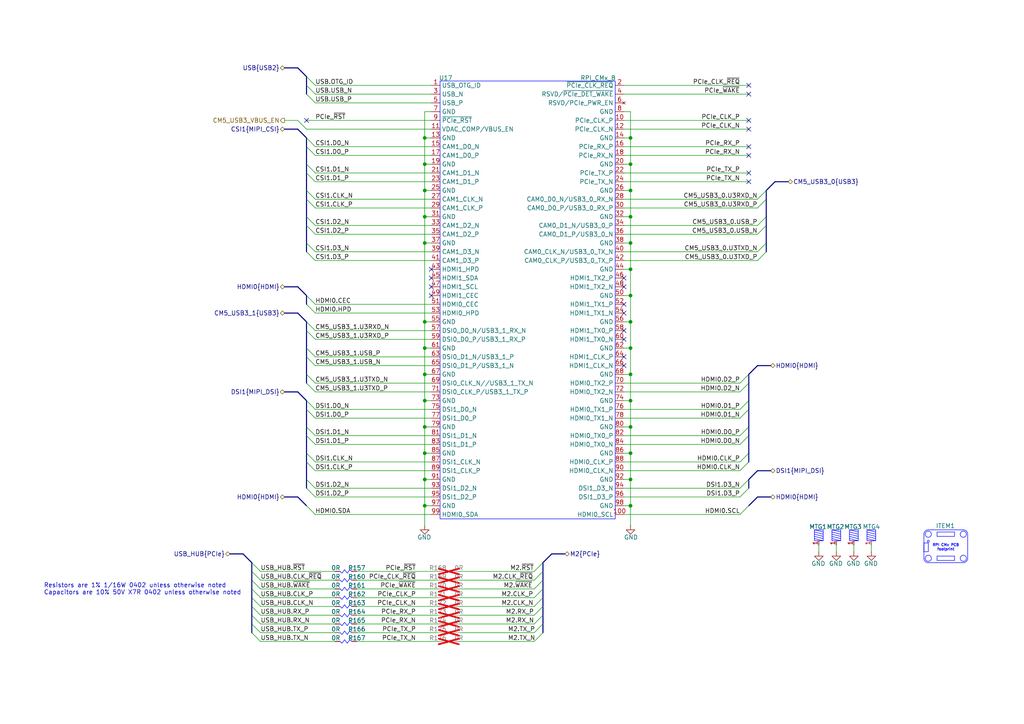
<source format=kicad_sch>
(kicad_sch (version 20250114) (generator "eeschema") (generator_version "9.0")
  (paper "A4")
  (title_block (title "RPI CMx Carrier") (date "2025-12-07") (rev "2.00-0A") (comment 1 "Jean-Francois Bilodeau") (comment 2 "P.Eng #6022173") (comment 3 "203-1690 Rue des quatre-saisons") (comment 4 "Sherbrooke, Canada, J1E0N2") (comment 5 "KiCad Rev 9.0") (comment 6 "TBD") (comment 7 "TBD") (comment 8 "WIP"))
  (bus_alias "MIPI_CSI" (members "D0_P" "D0_N" "D1_P" "D1_N" "D2_P" "D2_N" "D3_P" "D3_N" "CLK_P" "CLK_N"))
  (text "Resistors are 1% 1/16W 0402 unless otherwise noted\nCapacitors are 10% 50V X7R 0402 unless otherwise noted" (at 12.7 170.942 0) (effects (font (size 1.27 1.27)) (justify left)))
  (junction (at 182.88 55.245))
  (junction (at 182.88 78.105))
  (junction (at 182.88 108.585))
  (junction (at 123.19 62.865))
  (junction (at 182.88 70.485))
  (junction (at 123.19 123.825))
  (junction (at 182.88 85.725))
  (junction (at 182.88 116.205))
  (junction (at 123.19 146.685))
  (junction (at 182.88 40.005))
  (junction (at 123.19 139.065))
  (junction (at 123.19 131.445))
  (junction (at 123.19 100.965))
  (junction (at 123.19 40.005))
  (junction (at 182.88 123.825))
  (junction (at 123.19 108.585))
  (junction (at 182.88 93.345))
  (junction (at 182.88 100.965))
  (junction (at 123.19 116.205))
  (junction (at 182.88 146.685))
  (junction (at 123.19 93.345))
  (junction (at 182.88 139.065))
  (junction (at 182.88 131.445))
  (junction (at 182.88 47.625))
  (junction (at 182.88 62.865))
  (junction (at 123.19 55.245))
  (junction (at 123.19 70.485))
  (junction (at 123.19 47.625))
  (no_connect (at 180.975 98.425))
  (no_connect (at 180.975 106.045))
  (no_connect (at 180.975 95.885))
  (no_connect (at 217.17 34.925))
  (no_connect (at 180.975 83.185))
  (no_connect (at 217.17 45.085))
  (no_connect (at 180.975 80.645))
  (no_connect (at 88.9 34.925))
  (no_connect (at 125.095 78.105))
  (no_connect (at 180.975 90.805))
  (no_connect (at 217.17 52.705))
  (no_connect (at 217.17 50.165))
  (no_connect (at 217.17 24.765))
  (no_connect (at 125.095 83.185))
  (no_connect (at 180.975 88.265))
  (no_connect (at 217.17 37.465))
  (no_connect (at 125.095 80.645))
  (no_connect (at 217.17 42.545))
  (no_connect (at 217.17 27.305))
  (no_connect (at 125.095 85.725))
  (no_connect (at 180.975 103.505))
  (bus_entry (at 75.565 180.975) (size -2.54 -2.54))
  (bus_entry (at 154.94 178.435) (size 2.54 -2.54))
  (bus_entry (at 88.9 47.625) (size 2.54 2.54))
  (bus_entry (at 217.17 133.985) (size -2.54 2.54))
  (bus_entry (at 88.9 139.065) (size 2.54 2.54))
  (bus_entry (at 75.565 168.275) (size -2.54 -2.54))
  (bus_entry (at 75.565 170.815) (size -2.54 -2.54))
  (bus_entry (at 88.9 103.505) (size 2.54 2.54))
  (bus_entry (at 88.9 131.445) (size 2.54 2.54))
  (bus_entry (at 88.9 95.885) (size 2.54 2.54))
  (bus_entry (at 75.565 186.055) (size -2.54 -2.54))
  (bus_entry (at 217.17 146.685) (size -2.54 2.54))
  (bus_entry (at 154.94 165.735) (size 2.54 -2.54))
  (bus_entry (at 88.9 55.245) (size 2.54 2.54))
  (bus_entry (at 75.565 165.735) (size -2.54 -2.54))
  (bus_entry (at 88.9 50.165) (size 2.54 2.54))
  (bus_entry (at 222.25 73.025) (size -2.54 2.54))
  (bus_entry (at 88.9 133.985) (size 2.54 2.54))
  (bus_entry (at 88.9 22.225) (size 2.54 2.54))
  (bus_entry (at 154.94 168.275) (size 2.54 -2.54))
  (bus_entry (at 88.9 93.345) (size 2.54 2.54))
  (bus_entry (at 217.17 116.205) (size -2.54 2.54))
  (bus_entry (at 154.94 173.355) (size 2.54 -2.54))
  (bus_entry (at 217.17 123.825) (size -2.54 2.54))
  (bus_entry (at 88.9 141.605) (size 2.54 2.54))
  (bus_entry (at 154.94 180.975) (size 2.54 -2.54))
  (bus_entry (at 222.25 57.785) (size -2.54 2.54))
  (bus_entry (at 75.565 173.355) (size -2.54 -2.54))
  (bus_entry (at 88.9 70.485) (size 2.54 2.54))
  (bus_entry (at 88.9 42.545) (size 2.54 2.54))
  (bus_entry (at 217.17 108.585) (size -2.54 2.54))
  (bus_entry (at 88.9 62.865) (size 2.54 2.54))
  (bus_entry (at 217.17 141.605) (size -2.54 2.54))
  (bus_entry (at 154.94 170.815) (size 2.54 -2.54))
  (bus_entry (at 222.25 65.405) (size -2.54 2.54))
  (bus_entry (at 222.25 62.865) (size -2.54 2.54))
  (bus_entry (at 154.94 183.515) (size 2.54 -2.54))
  (bus_entry (at 217.17 126.365) (size -2.54 2.54))
  (bus_entry (at 88.9 88.265) (size 2.54 2.54))
  (bus_entry (at 88.9 85.725) (size 2.54 2.54))
  (bus_entry (at 88.9 108.585) (size 2.54 2.54))
  (bus_entry (at 222.25 55.245) (size -2.54 2.54))
  (bus_entry (at 88.9 118.745) (size 2.54 2.54))
  (bus_entry (at 154.94 186.055) (size 2.54 -2.54))
  (bus_entry (at 75.565 178.435) (size -2.54 -2.54))
  (bus_entry (at 217.17 111.125) (size -2.54 2.54))
  (bus_entry (at 88.9 111.125) (size 2.54 2.54))
  (bus_entry (at 88.9 57.785) (size 2.54 2.54))
  (bus_entry (at 88.9 116.205) (size 2.54 2.54))
  (bus_entry (at 222.25 70.485) (size -2.54 2.54))
  (bus_entry (at 88.9 100.965) (size 2.54 2.54))
  (bus_entry (at 88.9 146.685) (size 2.54 2.54))
  (bus_entry (at 88.9 65.405) (size 2.54 2.54))
  (bus_entry (at 88.9 126.365) (size 2.54 2.54))
  (bus_entry (at 217.17 118.745) (size -2.54 2.54))
  (bus_entry (at 217.17 131.445) (size -2.54 2.54))
  (bus_entry (at 88.9 40.005) (size 2.54 2.54))
  (bus_entry (at 88.9 24.765) (size 2.54 2.54))
  (bus_entry (at 75.565 183.515) (size -2.54 -2.54))
  (bus_entry (at 88.9 27.305) (size 2.54 2.54))
  (bus_entry (at 75.565 175.895) (size -2.54 -2.54))
  (bus_entry (at 88.9 123.825) (size 2.54 2.54))
  (bus_entry (at 88.9 73.025) (size 2.54 2.54))
  (bus_entry (at 154.94 175.895) (size 2.54 -2.54))
  (bus_entry (at 217.17 139.065) (size -2.54 2.54))
  (bus (pts (xy 73.025 180.975) (xy 73.025 183.515)))
  (wire (pts (xy 180.975 108.585) (xy 182.88 108.585)))
  (bus (pts (xy 219.71 106.045) (xy 217.17 108.585)))
  (wire (pts (xy 127 173.355) (xy 103.505 173.355)))
  (wire (pts (xy 182.88 146.685) (xy 180.975 146.685)))
  (wire (pts (xy 217.17 27.305) (xy 180.975 27.305)))
  (wire (pts (xy 91.44 24.765) (xy 125.095 24.765)))
  (wire (pts (xy 180.975 100.965) (xy 182.88 100.965)))
  (wire (pts (xy 182.88 32.385) (xy 182.88 40.005)))
  (wire (pts (xy 127 168.275) (xy 103.505 168.275)))
  (wire (pts (xy 91.44 133.985) (xy 125.095 133.985)))
  (wire (pts (xy 127 180.975) (xy 103.505 180.975)))
  (bus (pts (xy 86.36 19.685) (xy 88.9 22.225)))
  (wire (pts (xy 91.44 73.025) (xy 125.095 73.025)))
  (bus (pts (xy 88.9 131.445) (xy 88.9 133.985)))
  (wire (pts (xy 125.095 103.505) (xy 91.44 103.505)))
  (wire (pts (xy 133.35 183.515) (xy 154.94 183.515)))
  (wire (pts (xy 91.44 45.085) (xy 125.095 45.085)))
  (bus (pts (xy 217.17 123.825) (xy 217.17 126.365)))
  (bus (pts (xy 82.55 144.145) (xy 86.36 144.145)))
  (wire (pts (xy 91.44 121.285) (xy 125.095 121.285)))
  (wire (pts (xy 97.155 186.055) (xy 75.565 186.055)))
  (bus (pts (xy 223.52 106.045) (xy 219.71 106.045)))
  (wire (pts (xy 127 183.515) (xy 103.505 183.515)))
  (bus (pts (xy 88.9 126.365) (xy 88.9 131.445)))
  (wire (pts (xy 125.095 113.665) (xy 91.44 113.665)))
  (wire (pts (xy 214.63 133.985) (xy 180.975 133.985)))
  (wire (pts (xy 86.36 34.925) (xy 88.9 37.465)))
  (bus (pts (xy 73.025 170.815) (xy 73.025 173.355)))
  (wire (pts (xy 91.44 141.605) (xy 125.095 141.605)))
  (wire (pts (xy 91.44 126.365) (xy 125.095 126.365)))
  (wire (pts (xy 127 170.815) (xy 103.505 170.815)))
  (wire (pts (xy 182.88 85.725) (xy 182.88 93.345)))
  (wire (pts (xy 133.35 175.895) (xy 154.94 175.895)))
  (wire (pts (xy 91.44 149.225) (xy 125.095 149.225)))
  (wire (pts (xy 127 178.435) (xy 103.505 178.435)))
  (wire (pts (xy 180.975 131.445) (xy 182.88 131.445)))
  (bus (pts (xy 88.9 65.405) (xy 88.9 70.485)))
  (wire (pts (xy 91.44 88.265) (xy 125.095 88.265)))
  (wire (pts (xy 182.88 70.485) (xy 182.88 78.105)))
  (wire (pts (xy 217.17 24.765) (xy 180.975 24.765)))
  (wire (pts (xy 180.975 60.325) (xy 219.71 60.325)))
  (bus (pts (xy 82.55 83.185) (xy 86.36 83.185)))
  (bus (pts (xy 73.025 175.895) (xy 73.025 178.435)))
  (wire (pts (xy 91.44 118.745) (xy 125.095 118.745)))
  (bus (pts (xy 157.48 163.195) (xy 157.48 165.735)))
  (bus (pts (xy 219.71 136.525) (xy 217.17 139.065)))
  (wire (pts (xy 133.35 180.975) (xy 154.94 180.975)))
  (bus (pts (xy 88.9 42.545) (xy 88.9 47.625)))
  (wire (pts (xy 82.55 34.925) (xy 86.36 34.925)))
  (wire (pts (xy 91.44 42.545) (xy 125.095 42.545)))
  (wire (pts (xy 91.44 75.565) (xy 125.095 75.565)))
  (wire (pts (xy 180.975 40.005) (xy 182.88 40.005)))
  (wire (pts (xy 125.095 100.965) (xy 123.19 100.965)))
  (wire (pts (xy 123.19 146.685) (xy 123.19 152.4)))
  (bus (pts (xy 217.17 126.365) (xy 217.17 131.445)))
  (wire (pts (xy 97.155 175.895) (xy 75.565 175.895)))
  (wire (pts (xy 97.155 180.975) (xy 75.565 180.975)))
  (wire (pts (xy 214.63 118.745) (xy 180.975 118.745)))
  (bus (pts (xy 73.025 173.355) (xy 73.025 175.895)))
  (wire (pts (xy 182.88 62.865) (xy 182.88 70.485)))
  (bus (pts (xy 160.02 160.655) (xy 157.48 163.195)))
  (wire (pts (xy 123.19 116.205) (xy 123.19 123.825)))
  (wire (pts (xy 91.44 90.805) (xy 125.095 90.805)))
  (wire (pts (xy 182.88 100.965) (xy 182.88 108.585)))
  (bus (pts (xy 157.48 168.275) (xy 157.48 170.815)))
  (wire (pts (xy 214.63 113.665) (xy 180.975 113.665)))
  (bus (pts (xy 228.6 52.705) (xy 224.79 52.705)))
  (wire (pts (xy 180.975 57.785) (xy 219.71 57.785)))
  (wire (pts (xy 91.44 50.165) (xy 125.095 50.165)))
  (wire (pts (xy 182.88 40.005) (xy 182.88 47.625)))
  (wire (pts (xy 182.88 139.065) (xy 182.88 146.685)))
  (wire (pts (xy 214.63 128.905) (xy 180.975 128.905)))
  (wire (pts (xy 180.975 85.725) (xy 182.88 85.725)))
  (bus (pts (xy 73.025 178.435) (xy 73.025 180.975)))
  (wire (pts (xy 182.88 78.105) (xy 182.88 85.725)))
  (bus (pts (xy 73.025 163.195) (xy 73.025 165.735)))
  (wire (pts (xy 180.975 116.205) (xy 182.88 116.205)))
  (wire (pts (xy 180.975 73.025) (xy 219.71 73.025)))
  (wire (pts (xy 123.19 139.065) (xy 123.19 146.685)))
  (bus (pts (xy 217.17 139.065) (xy 217.17 141.605)))
  (wire (pts (xy 133.35 165.735) (xy 154.94 165.735)))
  (bus (pts (xy 222.25 62.865) (xy 222.25 65.405)))
  (wire (pts (xy 125.095 116.205) (xy 123.19 116.205)))
  (wire (pts (xy 97.155 165.735) (xy 75.565 165.735)))
  (wire (pts (xy 217.17 34.925) (xy 180.975 34.925)))
  (wire (pts (xy 182.88 55.245) (xy 182.88 62.865)))
  (wire (pts (xy 97.155 183.515) (xy 75.565 183.515)))
  (bus (pts (xy 163.83 160.655) (xy 160.02 160.655)))
  (bus (pts (xy 88.9 24.765) (xy 88.9 27.305)))
  (wire (pts (xy 214.63 126.365) (xy 180.975 126.365)))
  (bus (pts (xy 88.9 85.725) (xy 88.9 88.265)))
  (wire (pts (xy 252.73 158.115) (xy 252.73 160.02)))
  (bus (pts (xy 82.55 37.465) (xy 86.36 37.465)))
  (bus (pts (xy 217.17 111.125) (xy 217.17 116.205)))
  (wire (pts (xy 127 186.055) (xy 103.505 186.055)))
  (wire (pts (xy 125.095 40.005) (xy 123.19 40.005)))
  (bus (pts (xy 88.9 47.625) (xy 88.9 50.165)))
  (wire (pts (xy 180.975 32.385) (xy 182.88 32.385)))
  (bus (pts (xy 88.9 139.065) (xy 88.9 141.605)))
  (wire (pts (xy 180.975 65.405) (xy 219.71 65.405)))
  (wire (pts (xy 214.63 141.605) (xy 180.975 141.605)))
  (bus (pts (xy 223.52 136.525) (xy 219.71 136.525)))
  (wire (pts (xy 125.095 55.245) (xy 123.19 55.245)))
  (wire (pts (xy 180.975 62.865) (xy 182.88 62.865)))
  (wire (pts (xy 97.155 178.435) (xy 75.565 178.435)))
  (wire (pts (xy 182.88 47.625) (xy 182.88 55.245)))
  (wire (pts (xy 125.095 93.345) (xy 123.19 93.345)))
  (bus (pts (xy 86.36 83.185) (xy 88.9 85.725)))
  (wire (pts (xy 133.35 186.055) (xy 154.94 186.055)))
  (bus (pts (xy 73.025 165.735) (xy 73.025 168.275)))
  (bus (pts (xy 88.9 123.825) (xy 88.9 126.365)))
  (wire (pts (xy 127 165.735) (xy 103.505 165.735)))
  (bus (pts (xy 86.36 113.665) (xy 88.9 116.205)))
  (wire (pts (xy 91.44 29.845) (xy 125.095 29.845)))
  (wire (pts (xy 125.095 106.045) (xy 91.44 106.045)))
  (bus (pts (xy 88.9 22.225) (xy 88.9 24.765)))
  (wire (pts (xy 125.095 111.125) (xy 91.44 111.125)))
  (wire (pts (xy 91.44 67.945) (xy 125.095 67.945)))
  (wire (pts (xy 123.19 40.005) (xy 123.19 47.625)))
  (wire (pts (xy 88.9 34.925) (xy 125.095 34.925)))
  (wire (pts (xy 125.095 123.825) (xy 123.19 123.825)))
  (wire (pts (xy 214.63 111.125) (xy 180.975 111.125)))
  (bus (pts (xy 224.79 52.705) (xy 222.25 55.245)))
  (bus (pts (xy 66.675 160.655) (xy 70.485 160.655)))
  (bus (pts (xy 88.9 116.205) (xy 88.9 118.745)))
  (wire (pts (xy 217.17 52.705) (xy 180.975 52.705)))
  (wire (pts (xy 214.63 144.145) (xy 180.975 144.145)))
  (wire (pts (xy 217.17 50.165) (xy 180.975 50.165)))
  (wire (pts (xy 217.17 45.085) (xy 180.975 45.085)))
  (bus (pts (xy 88.9 108.585) (xy 88.9 111.125)))
  (bus (pts (xy 82.55 90.805) (xy 86.36 90.805)))
  (bus (pts (xy 217.17 118.745) (xy 217.17 123.825)))
  (wire (pts (xy 182.88 108.585) (xy 182.88 116.205)))
  (bus (pts (xy 88.9 133.985) (xy 88.9 139.065)))
  (wire (pts (xy 247.65 158.115) (xy 247.65 160.02)))
  (wire (pts (xy 91.44 65.405) (xy 125.095 65.405)))
  (wire (pts (xy 180.975 70.485) (xy 182.88 70.485)))
  (wire (pts (xy 217.17 37.465) (xy 180.975 37.465)))
  (wire (pts (xy 125.095 62.865) (xy 123.19 62.865)))
  (wire (pts (xy 97.155 168.275) (xy 75.565 168.275)))
  (wire (pts (xy 97.155 170.815) (xy 75.565 170.815)))
  (wire (pts (xy 123.19 123.825) (xy 123.19 131.445)))
  (bus (pts (xy 157.48 173.355) (xy 157.48 175.895)))
  (bus (pts (xy 88.9 118.745) (xy 88.9 123.825)))
  (wire (pts (xy 237.49 158.115) (xy 237.49 160.02)))
  (wire (pts (xy 91.44 136.525) (xy 125.095 136.525)))
  (wire (pts (xy 97.155 173.355) (xy 75.565 173.355)))
  (bus (pts (xy 157.48 170.815) (xy 157.48 173.355)))
  (bus (pts (xy 70.485 160.655) (xy 73.025 163.195)))
  (wire (pts (xy 125.095 108.585) (xy 123.19 108.585)))
  (wire (pts (xy 180.975 67.945) (xy 219.71 67.945)))
  (wire (pts (xy 180.975 47.625) (xy 182.88 47.625)))
  (bus (pts (xy 157.48 178.435) (xy 157.48 180.975)))
  (bus (pts (xy 223.52 144.145) (xy 219.71 144.145)))
  (wire (pts (xy 182.88 116.205) (xy 182.88 123.825)))
  (wire (pts (xy 133.35 170.815) (xy 154.94 170.815)))
  (bus (pts (xy 222.25 65.405) (xy 222.25 70.485)))
  (wire (pts (xy 123.19 47.625) (xy 123.19 55.245)))
  (wire (pts (xy 217.17 42.545) (xy 180.975 42.545)))
  (wire (pts (xy 123.19 131.445) (xy 123.19 139.065)))
  (wire (pts (xy 123.19 55.245) (xy 123.19 62.865)))
  (wire (pts (xy 214.63 136.525) (xy 180.975 136.525)))
  (wire (pts (xy 125.095 47.625) (xy 123.19 47.625)))
  (bus (pts (xy 88.9 50.165) (xy 88.9 55.245)))
  (bus (pts (xy 217.17 116.205) (xy 217.17 118.745)))
  (bus (pts (xy 157.48 180.975) (xy 157.48 183.515)))
  (wire (pts (xy 91.44 27.305) (xy 125.095 27.305)))
  (wire (pts (xy 123.19 93.345) (xy 123.19 100.965)))
  (wire (pts (xy 123.19 139.065) (xy 125.095 139.065)))
  (wire (pts (xy 182.88 131.445) (xy 182.88 139.065)))
  (wire (pts (xy 123.19 62.865) (xy 123.19 70.485)))
  (wire (pts (xy 123.19 70.485) (xy 123.19 93.345)))
  (bus (pts (xy 222.25 57.785) (xy 222.25 62.865)))
  (wire (pts (xy 125.095 37.465) (xy 88.9 37.465)))
  (bus (pts (xy 88.9 57.785) (xy 88.9 62.865)))
  (wire (pts (xy 125.095 95.885) (xy 91.44 95.885)))
  (wire (pts (xy 133.35 178.435) (xy 154.94 178.435)))
  (bus (pts (xy 82.55 113.665) (xy 86.36 113.665)))
  (bus (pts (xy 222.25 55.245) (xy 222.25 57.785)))
  (bus (pts (xy 88.9 40.005) (xy 88.9 42.545)))
  (bus (pts (xy 82.55 19.685) (xy 86.36 19.685)))
  (wire (pts (xy 125.095 70.485) (xy 123.19 70.485)))
  (wire (pts (xy 180.975 55.245) (xy 182.88 55.245)))
  (bus (pts (xy 86.36 37.465) (xy 88.9 40.005)))
  (wire (pts (xy 91.44 144.145) (xy 125.095 144.145)))
  (bus (pts (xy 222.25 70.485) (xy 222.25 73.025)))
  (bus (pts (xy 86.36 144.145) (xy 88.9 146.685)))
  (wire (pts (xy 123.19 146.685) (xy 125.095 146.685)))
  (wire (pts (xy 182.88 93.345) (xy 182.88 100.965)))
  (bus (pts (xy 157.48 165.735) (xy 157.48 168.275)))
  (wire (pts (xy 91.44 57.785) (xy 125.095 57.785)))
  (wire (pts (xy 91.44 128.905) (xy 125.095 128.905)))
  (bus (pts (xy 88.9 100.965) (xy 88.9 103.505)))
  (wire (pts (xy 123.19 100.965) (xy 123.19 108.585)))
  (bus (pts (xy 217.17 108.585) (xy 217.17 111.125)))
  (wire (pts (xy 180.975 123.825) (xy 182.88 123.825)))
  (bus (pts (xy 217.17 131.445) (xy 217.17 133.985)))
  (wire (pts (xy 214.63 121.285) (xy 180.975 121.285)))
  (wire (pts (xy 127 175.895) (xy 103.505 175.895)))
  (wire (pts (xy 180.975 93.345) (xy 182.88 93.345)))
  (wire (pts (xy 125.095 98.425) (xy 91.44 98.425)))
  (wire (pts (xy 182.88 146.685) (xy 182.88 152.4)))
  (wire (pts (xy 125.095 32.385) (xy 123.19 32.385)))
  (wire (pts (xy 180.975 78.105) (xy 182.88 78.105)))
  (bus (pts (xy 88.9 95.885) (xy 88.9 100.965)))
  (bus (pts (xy 88.9 103.505) (xy 88.9 108.585)))
  (wire (pts (xy 182.88 139.065) (xy 180.975 139.065)))
  (wire (pts (xy 182.88 123.825) (xy 182.88 131.445)))
  (bus (pts (xy 86.36 90.805) (xy 88.9 93.345)))
  (wire (pts (xy 214.63 149.225) (xy 180.975 149.225)))
  (wire (pts (xy 125.095 131.445) (xy 123.19 131.445)))
  (wire (pts (xy 91.44 52.705) (xy 125.095 52.705)))
  (bus (pts (xy 88.9 93.345) (xy 88.9 95.885)))
  (bus (pts (xy 88.9 70.485) (xy 88.9 73.025)))
  (wire (pts (xy 133.35 173.355) (xy 154.94 173.355)))
  (wire (pts (xy 180.975 75.565) (xy 219.71 75.565)))
  (wire (pts (xy 123.19 108.585) (xy 123.19 116.205)))
  (bus (pts (xy 88.9 62.865) (xy 88.9 65.405)))
  (bus (pts (xy 73.025 168.275) (xy 73.025 170.815)))
  (bus (pts (xy 157.48 175.895) (xy 157.48 178.435)))
  (wire (pts (xy 133.35 168.275) (xy 154.94 168.275)))
  (bus (pts (xy 219.71 144.145) (xy 217.17 146.685)))
  (wire (pts (xy 242.57 158.115) (xy 242.57 160.02)))
  (wire (pts (xy 91.44 60.325) (xy 125.095 60.325)))
  (bus (pts (xy 88.9 55.245) (xy 88.9 57.785)))
  (wire (pts (xy 123.19 32.385) (xy 123.19 40.005)))
  (label "CSI1.D2_N" (at 91.44 65.405 0))
  (label "HDMI0.D0_N" (at 214.63 128.905 180))
  (label "USB_HUB.CLK_N" (at 75.565 175.895 0))
  (label "PCIe_TX_N" (at 120.65 186.055 180))
  (label "DSI1.D0_P" (at 91.44 121.285 0))
  (label "PCIe_~{WAKE}" (at 120.65 170.815 180))
  (label "USB_HUB.RX_P" (at 75.565 178.435 0))
  (label "USB_HUB.RX_N" (at 75.565 180.975 0))
  (label "CM5_USB3_0.USB_P" (at 219.71 65.405 180))
  (label "CM5_USB3_1.U3TXD_N" (at 91.44 111.125 0))
  (label "CM5_USB3_0.U3TXD_N" (at 219.71 73.025 180))
  (label "PCIe_CLK_P" (at 214.63 34.925 180))
  (label "DSI1.D2_P" (at 91.44 144.145 0))
  (label "DSI1.D0_N" (at 91.44 118.745 0))
  (label "PCIe_RX_P" (at 120.65 178.435 180))
  (label "USB.USB_N" (at 91.44 27.305 0))
  (label "DSI1.D2_N" (at 91.44 141.605 0))
  (label "PCIe_CLK_P" (at 120.65 173.355 180))
  (label "M2.~{WAKE}" (at 146.05 170.815 0))
  (label "DSI1.D3_P" (at 214.63 144.145 180))
  (label "USB_HUB.TX_N" (at 75.565 186.055 0))
  (label "PCIe_~{WAKE}" (at 214.63 27.305 180))
  (label "USB_HUB.~{RST}" (at 75.565 165.735 0))
  (label "PCIe_CLK_N" (at 214.63 37.465 180))
  (label "USB_HUB.CLK_P" (at 75.565 173.355 0))
  (label "USB.OTG_ID" (at 91.44 24.765 0))
  (label "HDMI0.CLK_N" (at 214.63 136.525 180))
  (label "CM5_USB3_1.U3TXD_P" (at 91.44 113.665 0))
  (label "PCIe_TX_N" (at 214.63 52.705 180))
  (label "CSI1.D3_P" (at 91.44 75.565 0))
  (label "DSI1.D1_P" (at 91.44 128.905 0))
  (label "CM5_USB3_1.U3RXD_N" (at 91.44 95.885 0))
  (label "PCIe_~{RST}" (at 91.44 34.925 0))
  (label "M2.CLK_N" (at 145.415 175.895 0))
  (label "USB_HUB.~{WAKE}" (at 75.565 170.815 0))
  (label "DSI1.CLK_N" (at 91.44 133.985 0))
  (label "CM5_USB3_1.USB_N" (at 91.44 106.045 0))
  (label "HDMI0.D2_P" (at 214.63 111.125 180))
  (label "CSI1.D0_P" (at 91.44 45.085 0))
  (label "M2.CLK_P" (at 145.415 173.355 0))
  (label "PCIe_CLK_~{REQ}" (at 120.65 168.275 180))
  (label "CM5_USB3_1.U3RXD_P" (at 91.44 98.425 0))
  (label "M2.TX_N" (at 147.32 186.055 0))
  (label "CSI1.D2_P" (at 91.44 67.945 0))
  (label "CM5_USB3_0.U3RXD_P" (at 219.71 60.325 180))
  (label "PCIe_RX_P" (at 214.63 42.545 180))
  (label "CM5_USB3_0.U3RXD_N" (at 219.71 57.785 180))
  (label "HDMI0.D2_N" (at 214.63 113.665 180))
  (label "PCIe_TX_P" (at 214.63 50.165 180))
  (label "PCIe_RX_N" (at 120.65 180.975 180))
  (label "CM5_USB3_0.USB_N" (at 219.71 67.945 180))
  (label "PCIe_CLK_~{REQ}" (at 214.63 24.765 180))
  (label "HDMI0.SCL" (at 214.63 149.225 180))
  (label "DSI1.CLK_P" (at 91.44 136.525 0))
  (label "DSI1.D3_N" (at 214.63 141.605 180))
  (label "USB_HUB.CLK_~{REQ}" (at 75.565 168.275 0))
  (label "USB.USB_P" (at 91.44 29.845 0))
  (label "PCIe_CLK_N" (at 120.65 175.895 180))
  (label "CSI1.CLK_N" (at 91.44 57.785 0))
  (label "CSI1.D0_N" (at 91.44 42.545 0))
  (label "HDMI0.HPD" (at 91.44 90.805 0))
  (label "CSI1.D1_N" (at 91.44 50.165 0))
  (label "M2.CLK_~{REQ}" (at 142.875 168.275 0))
  (label "CM5_USB3_1.USB_P" (at 91.44 103.505 0))
  (label "M2.TX_P" (at 147.32 183.515 0))
  (label "M2.RX_P" (at 146.685 178.435 0))
  (label "M2.RX_N" (at 146.685 180.975 0))
  (label "USB_HUB.TX_P" (at 75.565 183.515 0))
  (label "HDMI0.SDA" (at 91.44 149.225 0))
  (label "HDMI0.CEC" (at 91.44 88.265 0))
  (label "CSI1.CLK_P" (at 91.44 60.325 0))
  (label "CSI1.D1_P" (at 91.44 52.705 0))
  (label "HDMI0.D1_N" (at 214.63 121.285 180))
  (label "M2.~{RST}" (at 147.955 165.735 0))
  (label "PCIe_TX_P" (at 120.65 183.515 180))
  (label "HDMI0.CLK_P" (at 214.63 133.985 180))
  (label "PCIe_RX_N" (at 214.63 45.085 180))
  (label "CM5_USB3_0.U3TXD_P" (at 219.71 75.565 180))
  (label "HDMI0.D1_P" (at 214.63 118.745 180))
  (label "PCIe_~{RST}" (at 120.65 165.735 180))
  (label "CSI1.D3_N" (at 91.44 73.025 0))
  (label "HDMI0.D0_P" (at 214.63 126.365 180))
  (label "DSI1.D1_N" (at 91.44 126.365 0))
  (hierarchical_label "USB{USB2}" (shape bidirectional) (at 82.55 19.685 180))
  (hierarchical_label "CM5_USB3_VBUS_EN" (shape output) (at 82.55 34.925 180))
  (hierarchical_label "USB_HUB{PCIe}" (shape bidirectional) (at 66.675 160.655 180))
  (hierarchical_label "HDMI0{HDMI}" (shape bidirectional) (at 82.55 144.145 180))
  (hierarchical_label "HDMI0{HDMI}" (shape bidirectional) (at 223.52 106.045 0))
  (hierarchical_label "CM5_USB3_1{USB3}" (shape bidirectional) (at 82.55 90.805 180))
  (hierarchical_label "M2{PCIe}" (shape bidirectional) (at 163.83 160.655 0))
  (hierarchical_label "CSI1{MIPI_CSI}" (shape bidirectional) (at 82.55 37.465 180))
  (hierarchical_label "HDMI0{HDMI}" (shape bidirectional) (at 223.52 144.145 0))
  (hierarchical_label "DSI1{MIPI_DSI}" (shape bidirectional) (at 223.52 136.525 0))
  (hierarchical_label "CM5_USB3_0{USB3}" (shape bidirectional) (at 228.6 52.705 0))
  (hierarchical_label "HDMI0{HDMI}" (shape bidirectional) (at 82.55 83.185 180))
  (hierarchical_label "DSI1{MIPI_DSI}" (shape bidirectional) (at 82.55 113.665 180))
  (symbol (lib_id "KicadCompDb:Resistors/RES_SMT_00001") (at 128.27 186.055 0) (unit 1) (dnp yes)
    (property "Reference" "R176" (at 127 185.039 0))
    (property "Value" "0R" (at 133.096 185.039 0))
    (property "Footprint" "footprint:RES_0402" (effects (hide yes)))
    (property "Datasheet" "https://www.yageogroup.com/content/datasheet/asset/file/PYU-RC_GROUP_51_ROHS_L" (effects (hide yes)))
    (property "Description" "RES 0 OHM JUMPER 1/16W 0402" (effects (hide yes)))
    (property "Tolerance" "1%" (effects (hide yes)))
    (property "Power" "1/16W" (effects (hide yes)))
    (property "Package" "0402" (effects (hide yes)))
    (property "Manufacturer" "YAGEO" (effects (hide yes)))
    (property "Manufacturer Part Number" "RC0402FR-071KL" (effects (hide yes)))
    (property "Distributor" "DigiKey" (effects (hide yes)))
    (property "Distributor Part Number" "311-0.0JRCT-ND" (effects (hide yes)))
    (property "Temperature Coefficient" "±100ppm/°C" (effects (hide yes)))
    (property "Operating Temperature" "-55°C ~ 155°C" (effects (hide yes)))
    (property "Type" "RES SMT" (effects (hide yes)))
    (property "Dimensions" "1.00mm x 0.50mm" (effects (hide yes)))
  )
  (symbol (lib_id "KiCad_Pwr_Symbols:GND") (at 237.49 160.02 0) (unit 1)
    (property "Reference" "#PWR0171" (effects (hide yes)))
    (property "Value" "GND" (at 237.363 163.449 0))
    (property "Description" "Power symbol creates a global label with name \"GND\" , ground" (effects (hide yes)))
  )
  (symbol (lib_id "KiCad_Lib_Symbols:RPI_CMx_PCB_FP") (at 267.97 153.67 0) (unit 1) (in_bom no)
    (property "Reference" "ITEM1" (at 271.399 152.527 0) (effects (justify left)))
    (property "Value" "Raspberry PI CM4 and CM5 symbol" (effects (hide yes)))
    (property "Footprint" "rPI_CM4_CM5" (effects (hide yes)))
    (property "Description" "Raspberry PI CM4 and CM5 symbol" (effects (hide yes)))
  )
  (symbol (lib_id "KicadCompDb:Resistors/RES_SMT_00001") (at 128.27 178.435 0) (unit 1) (dnp yes)
    (property "Reference" "R173" (at 127 177.419 0))
    (property "Value" "0R" (at 133.096 177.419 0))
    (property "Footprint" "footprint:RES_0402" (effects (hide yes)))
    (property "Datasheet" "https://www.yageogroup.com/content/datasheet/asset/file/PYU-RC_GROUP_51_ROHS_L" (effects (hide yes)))
    (property "Description" "RES 0 OHM JUMPER 1/16W 0402" (effects (hide yes)))
    (property "Tolerance" "1%" (effects (hide yes)))
    (property "Power" "1/16W" (effects (hide yes)))
    (property "Package" "0402" (effects (hide yes)))
    (property "Manufacturer" "YAGEO" (effects (hide yes)))
    (property "Manufacturer Part Number" "RC0402FR-071KL" (effects (hide yes)))
    (property "Distributor" "DigiKey" (effects (hide yes)))
    (property "Distributor Part Number" "311-0.0JRCT-ND" (effects (hide yes)))
    (property "Temperature Coefficient" "±100ppm/°C" (effects (hide yes)))
    (property "Operating Temperature" "-55°C ~ 155°C" (effects (hide yes)))
    (property "Type" "RES SMT" (effects (hide yes)))
    (property "Dimensions" "1.00mm x 0.50mm" (effects (hide yes)))
  )
  (symbol (lib_id "KiCad_Pwr_Symbols:GND") (at 123.19 152.4 0) (unit 1)
    (property "Reference" "#PWR0118" (effects (hide yes)))
    (property "Value" "GND" (at 123.063 155.829 0))
    (property "Description" "Power symbol creates a global label with name \"GND\" , ground" (effects (hide yes)))
  )
  (symbol (lib_id "KicadCompDb:Resistors/RES_SMT_00001") (at 128.27 165.735 0) (unit 1) (dnp yes)
    (property "Reference" "R168" (at 127 164.719 0))
    (property "Value" "0R" (at 133.096 164.719 0))
    (property "Footprint" "footprint:RES_0402" (effects (hide yes)))
    (property "Datasheet" "https://www.yageogroup.com/content/datasheet/asset/file/PYU-RC_GROUP_51_ROHS_L" (effects (hide yes)))
    (property "Description" "RES 0 OHM JUMPER 1/16W 0402" (effects (hide yes)))
    (property "Tolerance" "1%" (effects (hide yes)))
    (property "Power" "1/16W" (effects (hide yes)))
    (property "Package" "0402" (effects (hide yes)))
    (property "Manufacturer" "YAGEO" (effects (hide yes)))
    (property "Manufacturer Part Number" "RC0402FR-071KL" (effects (hide yes)))
    (property "Distributor" "DigiKey" (effects (hide yes)))
    (property "Distributor Part Number" "311-0.0JRCT-ND" (effects (hide yes)))
    (property "Temperature Coefficient" "±100ppm/°C" (effects (hide yes)))
    (property "Operating Temperature" "-55°C ~ 155°C" (effects (hide yes)))
    (property "Type" "RES SMT" (effects (hide yes)))
    (property "Dimensions" "1.00mm x 0.50mm" (effects (hide yes)))
  )
  (symbol (lib_id "KiCad_Pwr_Symbols:GND") (at 247.65 160.02 0) (unit 1)
    (property "Reference" "#PWR0173" (effects (hide yes)))
    (property "Value" "GND" (at 247.523 163.449 0))
    (property "Description" "Power symbol creates a global label with name \"GND\" , ground" (effects (hide yes)))
  )
  (symbol (lib_id "KiCad_Pwr_Symbols:GND") (at 252.73 160.02 0) (unit 1)
    (property "Reference" "#PWR0174" (effects (hide yes)))
    (property "Value" "GND" (at 252.603 163.449 0))
    (property "Description" "Power symbol creates a global label with name \"GND\" , ground" (effects (hide yes)))
  )
  (symbol (lib_id "KicadCompDb:Miscellaneous/MISC_00002") (at 246.38 153.67 0) (unit 1)
    (property "Reference" "MTG3" (at 244.856 152.781 0) (effects (justify left)))
    (property "Value" "9774030151R" (effects (hide yes)))
    (property "Footprint" "footprint:9774030151R" (effects (hide yes)))
    (property "Datasheet" "https://www.we-online.com/components/products/datasheet/9774030151R.pdf" (effects (hide yes)))
    (property "Description" "RND STANDOFF M2.5X0.45 STEEL 3MM" (effects (hide yes)))
    (property "Type" "RND STANDOFF M2.5X0.45 STEEL 3MM" (effects (hide yes)))
    (property "Operating Temperature" "-40°C ~ 150°C" (effects (hide yes)))
    (property "Dimensions" "5.10mm x 3.00mm x 4.39mm" (effects (hide yes)))
    (property "Manufacturer" "Würth Elektronik" (effects (hide yes)))
    (property "Manufacturer Part Number" "9774030151R" (effects (hide yes)))
    (property "Distributor" "DigiKey" (effects (hide yes)))
    (property "Distributor Part Number" "732-7083-1-ND" (effects (hide yes)))
  )
  (symbol (lib_id "KicadCompDb:Resistors/RES_SMT_00001") (at 102.235 183.515 0) (mirror y) (unit 1)
    (property "Reference" "R166" (at 103.505 182.499 0))
    (property "Value" "0R" (at 97.409 182.499 0))
    (property "Footprint" "footprint:RES_0402" (effects (hide yes)))
    (property "Datasheet" "https://www.yageogroup.com/content/datasheet/asset/file/PYU-RC_GROUP_51_ROHS_L" (effects (hide yes)))
    (property "Description" "RES 0 OHM JUMPER 1/16W 0402" (effects (hide yes)))
    (property "Tolerance" "1%" (effects (hide yes)))
    (property "Power" "1/16W" (effects (hide yes)))
    (property "Package" "0402" (effects (hide yes)))
    (property "Manufacturer" "YAGEO" (effects (hide yes)))
    (property "Manufacturer Part Number" "RC0402FR-071KL" (effects (hide yes)))
    (property "Distributor" "DigiKey" (effects (hide yes)))
    (property "Distributor Part Number" "311-0.0JRCT-ND" (effects (hide yes)))
    (property "Temperature Coefficient" "±100ppm/°C" (effects (hide yes)))
    (property "Operating Temperature" "-55°C ~ 155°C" (effects (hide yes)))
    (property "Type" "RES SMT" (effects (hide yes)))
    (property "Dimensions" "1.00mm x 0.50mm" (effects (hide yes)))
  )
  (symbol (lib_id "KiCad_Pwr_Symbols:GND") (at 242.57 160.02 0) (unit 1)
    (property "Reference" "#PWR0172" (effects (hide yes)))
    (property "Value" "GND" (at 242.443 163.449 0))
    (property "Description" "Power symbol creates a global label with name \"GND\" , ground" (effects (hide yes)))
  )
  (symbol (lib_id "KicadCompDb:Miscellaneous/MISC_00002") (at 241.3 153.67 0) (unit 1)
    (property "Reference" "MTG2" (at 239.776 152.781 0) (effects (justify left)))
    (property "Value" "9774030151R" (effects (hide yes)))
    (property "Footprint" "footprint:9774030151R" (effects (hide yes)))
    (property "Datasheet" "https://www.we-online.com/components/products/datasheet/9774030151R.pdf" (effects (hide yes)))
    (property "Description" "RND STANDOFF M2.5X0.45 STEEL 3MM" (effects (hide yes)))
    (property "Type" "RND STANDOFF M2.5X0.45 STEEL 3MM" (effects (hide yes)))
    (property "Operating Temperature" "-40°C ~ 150°C" (effects (hide yes)))
    (property "Dimensions" "5.10mm x 3.00mm x 4.39mm" (effects (hide yes)))
    (property "Manufacturer" "Würth Elektronik" (effects (hide yes)))
    (property "Manufacturer Part Number" "9774030151R" (effects (hide yes)))
    (property "Distributor" "DigiKey" (effects (hide yes)))
    (property "Distributor Part Number" "732-7083-1-ND" (effects (hide yes)))
  )
  (symbol (lib_id "KicadCompDb:Resistors/RES_SMT_00001") (at 128.27 173.355 0) (unit 1) (dnp yes)
    (property "Reference" "R171" (at 127 172.339 0))
    (property "Value" "0R" (at 133.096 172.339 0))
    (property "Footprint" "footprint:RES_0402" (effects (hide yes)))
    (property "Datasheet" "https://www.yageogroup.com/content/datasheet/asset/file/PYU-RC_GROUP_51_ROHS_L" (effects (hide yes)))
    (property "Description" "RES 0 OHM JUMPER 1/16W 0402" (effects (hide yes)))
    (property "Tolerance" "1%" (effects (hide yes)))
    (property "Power" "1/16W" (effects (hide yes)))
    (property "Package" "0402" (effects (hide yes)))
    (property "Manufacturer" "YAGEO" (effects (hide yes)))
    (property "Manufacturer Part Number" "RC0402FR-071KL" (effects (hide yes)))
    (property "Distributor" "DigiKey" (effects (hide yes)))
    (property "Distributor Part Number" "311-0.0JRCT-ND" (effects (hide yes)))
    (property "Temperature Coefficient" "±100ppm/°C" (effects (hide yes)))
    (property "Operating Temperature" "-55°C ~ 155°C" (effects (hide yes)))
    (property "Type" "RES SMT" (effects (hide yes)))
    (property "Dimensions" "1.00mm x 0.50mm" (effects (hide yes)))
  )
  (symbol (lib_id "KicadCompDb:Resistors/RES_SMT_00001") (at 102.235 165.735 0) (mirror y) (unit 1)
    (property "Reference" "R157" (at 103.505 164.719 0))
    (property "Value" "0R" (at 97.409 164.719 0))
    (property "Footprint" "footprint:RES_0402" (effects (hide yes)))
    (property "Datasheet" "https://www.yageogroup.com/content/datasheet/asset/file/PYU-RC_GROUP_51_ROHS_L" (effects (hide yes)))
    (property "Description" "RES 0 OHM JUMPER 1/16W 0402" (effects (hide yes)))
    (property "Tolerance" "1%" (effects (hide yes)))
    (property "Power" "1/16W" (effects (hide yes)))
    (property "Package" "0402" (effects (hide yes)))
    (property "Manufacturer" "YAGEO" (effects (hide yes)))
    (property "Manufacturer Part Number" "RC0402FR-071KL" (effects (hide yes)))
    (property "Distributor" "DigiKey" (effects (hide yes)))
    (property "Distributor Part Number" "311-0.0JRCT-ND" (effects (hide yes)))
    (property "Temperature Coefficient" "±100ppm/°C" (effects (hide yes)))
    (property "Operating Temperature" "-55°C ~ 155°C" (effects (hide yes)))
    (property "Type" "RES SMT" (effects (hide yes)))
    (property "Dimensions" "1.00mm x 0.50mm" (effects (hide yes)))
  )
  (symbol (lib_id "KicadCompDb:Resistors/RES_SMT_00001") (at 102.235 175.895 0) (mirror y) (unit 1)
    (property "Reference" "R163" (at 103.505 174.879 0))
    (property "Value" "0R" (at 97.409 174.879 0))
    (property "Footprint" "footprint:RES_0402" (effects (hide yes)))
    (property "Datasheet" "https://www.yageogroup.com/content/datasheet/asset/file/PYU-RC_GROUP_51_ROHS_L" (effects (hide yes)))
    (property "Description" "RES 0 OHM JUMPER 1/16W 0402" (effects (hide yes)))
    (property "Tolerance" "1%" (effects (hide yes)))
    (property "Power" "1/16W" (effects (hide yes)))
    (property "Package" "0402" (effects (hide yes)))
    (property "Manufacturer" "YAGEO" (effects (hide yes)))
    (property "Manufacturer Part Number" "RC0402FR-071KL" (effects (hide yes)))
    (property "Distributor" "DigiKey" (effects (hide yes)))
    (property "Distributor Part Number" "311-0.0JRCT-ND" (effects (hide yes)))
    (property "Temperature Coefficient" "±100ppm/°C" (effects (hide yes)))
    (property "Operating Temperature" "-55°C ~ 155°C" (effects (hide yes)))
    (property "Type" "RES SMT" (effects (hide yes)))
    (property "Dimensions" "1.00mm x 0.50mm" (effects (hide yes)))
  )
  (symbol (lib_id "KicadCompDb:Resistors/RES_SMT_00001") (at 102.235 180.975 0) (mirror y) (unit 1)
    (property "Reference" "R165" (at 103.505 179.959 0))
    (property "Value" "0R" (at 97.409 179.959 0))
    (property "Footprint" "footprint:RES_0402" (effects (hide yes)))
    (property "Datasheet" "https://www.yageogroup.com/content/datasheet/asset/file/PYU-RC_GROUP_51_ROHS_L" (effects (hide yes)))
    (property "Description" "RES 0 OHM JUMPER 1/16W 0402" (effects (hide yes)))
    (property "Tolerance" "1%" (effects (hide yes)))
    (property "Power" "1/16W" (effects (hide yes)))
    (property "Package" "0402" (effects (hide yes)))
    (property "Manufacturer" "YAGEO" (effects (hide yes)))
    (property "Manufacturer Part Number" "RC0402FR-071KL" (effects (hide yes)))
    (property "Distributor" "DigiKey" (effects (hide yes)))
    (property "Distributor Part Number" "311-0.0JRCT-ND" (effects (hide yes)))
    (property "Temperature Coefficient" "±100ppm/°C" (effects (hide yes)))
    (property "Operating Temperature" "-55°C ~ 155°C" (effects (hide yes)))
    (property "Type" "RES SMT" (effects (hide yes)))
    (property "Dimensions" "1.00mm x 0.50mm" (effects (hide yes)))
  )
  (symbol (lib_id "KicadCompDb:Resistors/RES_SMT_00001") (at 128.27 180.975 0) (unit 1) (dnp yes)
    (property "Reference" "R174" (at 127 179.959 0))
    (property "Value" "0R" (at 133.096 179.959 0))
    (property "Footprint" "footprint:RES_0402" (effects (hide yes)))
    (property "Datasheet" "https://www.yageogroup.com/content/datasheet/asset/file/PYU-RC_GROUP_51_ROHS_L" (effects (hide yes)))
    (property "Description" "RES 0 OHM JUMPER 1/16W 0402" (effects (hide yes)))
    (property "Tolerance" "1%" (effects (hide yes)))
    (property "Power" "1/16W" (effects (hide yes)))
    (property "Package" "0402" (effects (hide yes)))
    (property "Manufacturer" "YAGEO" (effects (hide yes)))
    (property "Manufacturer Part Number" "RC0402FR-071KL" (effects (hide yes)))
    (property "Distributor" "DigiKey" (effects (hide yes)))
    (property "Distributor Part Number" "311-0.0JRCT-ND" (effects (hide yes)))
    (property "Temperature Coefficient" "±100ppm/°C" (effects (hide yes)))
    (property "Operating Temperature" "-55°C ~ 155°C" (effects (hide yes)))
    (property "Type" "RES SMT" (effects (hide yes)))
    (property "Dimensions" "1.00mm x 0.50mm" (effects (hide yes)))
  )
  (symbol (lib_id "KicadCompDb:Miscellaneous/MISC_00002") (at 236.22 153.67 0) (unit 1)
    (property "Reference" "MTG1" (at 234.696 152.781 0) (effects (justify left)))
    (property "Value" "9774030151R" (effects (hide yes)))
    (property "Footprint" "footprint:9774030151R" (effects (hide yes)))
    (property "Datasheet" "https://www.we-online.com/components/products/datasheet/9774030151R.pdf" (effects (hide yes)))
    (property "Description" "RND STANDOFF M2.5X0.45 STEEL 3MM" (effects (hide yes)))
    (property "Type" "RND STANDOFF M2.5X0.45 STEEL 3MM" (effects (hide yes)))
    (property "Operating Temperature" "-40°C ~ 150°C" (effects (hide yes)))
    (property "Dimensions" "5.10mm x 3.00mm x 4.39mm" (effects (hide yes)))
    (property "Manufacturer" "Würth Elektronik" (effects (hide yes)))
    (property "Manufacturer Part Number" "9774030151R" (effects (hide yes)))
    (property "Distributor" "DigiKey" (effects (hide yes)))
    (property "Distributor Part Number" "732-7083-1-ND" (effects (hide yes)))
  )
  (symbol (lib_id "KicadCompDb:Resistors/RES_SMT_00001") (at 128.27 175.895 0) (unit 1) (dnp yes)
    (property "Reference" "R172" (at 127 174.879 0))
    (property "Value" "0R" (at 133.096 174.879 0))
    (property "Footprint" "footprint:RES_0402" (effects (hide yes)))
    (property "Datasheet" "https://www.yageogroup.com/content/datasheet/asset/file/PYU-RC_GROUP_51_ROHS_L" (effects (hide yes)))
    (property "Description" "RES 0 OHM JUMPER 1/16W 0402" (effects (hide yes)))
    (property "Tolerance" "1%" (effects (hide yes)))
    (property "Power" "1/16W" (effects (hide yes)))
    (property "Package" "0402" (effects (hide yes)))
    (property "Manufacturer" "YAGEO" (effects (hide yes)))
    (property "Manufacturer Part Number" "RC0402FR-071KL" (effects (hide yes)))
    (property "Distributor" "DigiKey" (effects (hide yes)))
    (property "Distributor Part Number" "311-0.0JRCT-ND" (effects (hide yes)))
    (property "Temperature Coefficient" "±100ppm/°C" (effects (hide yes)))
    (property "Operating Temperature" "-55°C ~ 155°C" (effects (hide yes)))
    (property "Type" "RES SMT" (effects (hide yes)))
    (property "Dimensions" "1.00mm x 0.50mm" (effects (hide yes)))
  )
  (symbol (lib_id "KicadCompDb:Resistors/RES_SMT_00001") (at 102.235 186.055 0) (mirror y) (unit 1)
    (property "Reference" "R167" (at 103.505 185.039 0))
    (property "Value" "0R" (at 97.409 185.039 0))
    (property "Footprint" "footprint:RES_0402" (effects (hide yes)))
    (property "Datasheet" "https://www.yageogroup.com/content/datasheet/asset/file/PYU-RC_GROUP_51_ROHS_L" (effects (hide yes)))
    (property "Description" "RES 0 OHM JUMPER 1/16W 0402" (effects (hide yes)))
    (property "Tolerance" "1%" (effects (hide yes)))
    (property "Power" "1/16W" (effects (hide yes)))
    (property "Package" "0402" (effects (hide yes)))
    (property "Manufacturer" "YAGEO" (effects (hide yes)))
    (property "Manufacturer Part Number" "RC0402FR-071KL" (effects (hide yes)))
    (property "Distributor" "DigiKey" (effects (hide yes)))
    (property "Distributor Part Number" "311-0.0JRCT-ND" (effects (hide yes)))
    (property "Temperature Coefficient" "±100ppm/°C" (effects (hide yes)))
    (property "Operating Temperature" "-55°C ~ 155°C" (effects (hide yes)))
    (property "Type" "RES SMT" (effects (hide yes)))
    (property "Dimensions" "1.00mm x 0.50mm" (effects (hide yes)))
  )
  (symbol (lib_id "KicadCompDb:Resistors/RES_SMT_00001") (at 128.27 168.275 0) (unit 1) (dnp yes)
    (property "Reference" "R169" (at 127 167.259 0))
    (property "Value" "0R" (at 133.096 167.259 0))
    (property "Footprint" "footprint:RES_0402" (effects (hide yes)))
    (property "Datasheet" "https://www.yageogroup.com/content/datasheet/asset/file/PYU-RC_GROUP_51_ROHS_L" (effects (hide yes)))
    (property "Description" "RES 0 OHM JUMPER 1/16W 0402" (effects (hide yes)))
    (property "Tolerance" "1%" (effects (hide yes)))
    (property "Power" "1/16W" (effects (hide yes)))
    (property "Package" "0402" (effects (hide yes)))
    (property "Manufacturer" "YAGEO" (effects (hide yes)))
    (property "Manufacturer Part Number" "RC0402FR-071KL" (effects (hide yes)))
    (property "Distributor" "DigiKey" (effects (hide yes)))
    (property "Distributor Part Number" "311-0.0JRCT-ND" (effects (hide yes)))
    (property "Temperature Coefficient" "±100ppm/°C" (effects (hide yes)))
    (property "Operating Temperature" "-55°C ~ 155°C" (effects (hide yes)))
    (property "Type" "RES SMT" (effects (hide yes)))
    (property "Dimensions" "1.00mm x 0.50mm" (effects (hide yes)))
  )
  (symbol (lib_id "KicadCompDb:Resistors/RES_SMT_00001") (at 102.235 173.355 0) (mirror y) (unit 1)
    (property "Reference" "R162" (at 103.505 172.339 0))
    (property "Value" "0R" (at 97.409 172.339 0))
    (property "Footprint" "footprint:RES_0402" (effects (hide yes)))
    (property "Datasheet" "https://www.yageogroup.com/content/datasheet/asset/file/PYU-RC_GROUP_51_ROHS_L" (effects (hide yes)))
    (property "Description" "RES 0 OHM JUMPER 1/16W 0402" (effects (hide yes)))
    (property "Tolerance" "1%" (effects (hide yes)))
    (property "Power" "1/16W" (effects (hide yes)))
    (property "Package" "0402" (effects (hide yes)))
    (property "Manufacturer" "YAGEO" (effects (hide yes)))
    (property "Manufacturer Part Number" "RC0402FR-071KL" (effects (hide yes)))
    (property "Distributor" "DigiKey" (effects (hide yes)))
    (property "Distributor Part Number" "311-0.0JRCT-ND" (effects (hide yes)))
    (property "Temperature Coefficient" "±100ppm/°C" (effects (hide yes)))
    (property "Operating Temperature" "-55°C ~ 155°C" (effects (hide yes)))
    (property "Type" "RES SMT" (effects (hide yes)))
    (property "Dimensions" "1.00mm x 0.50mm" (effects (hide yes)))
  )
  (symbol (lib_id "KicadCompDb:Miscellaneous/MISC_00002") (at 251.46 153.67 0) (unit 1)
    (property "Reference" "MTG4" (at 250.19 152.781 0) (effects (justify left)))
    (property "Value" "9774030151R" (effects (hide yes)))
    (property "Footprint" "footprint:9774030151R" (effects (hide yes)))
    (property "Datasheet" "https://www.we-online.com/components/products/datasheet/9774030151R.pdf" (effects (hide yes)))
    (property "Description" "RND STANDOFF M2.5X0.45 STEEL 3MM" (effects (hide yes)))
    (property "Type" "RND STANDOFF M2.5X0.45 STEEL 3MM" (effects (hide yes)))
    (property "Operating Temperature" "-40°C ~ 150°C" (effects (hide yes)))
    (property "Dimensions" "5.10mm x 3.00mm x 4.39mm" (effects (hide yes)))
    (property "Manufacturer" "Würth Elektronik" (effects (hide yes)))
    (property "Manufacturer Part Number" "9774030151R" (effects (hide yes)))
    (property "Distributor" "DigiKey" (effects (hide yes)))
    (property "Distributor Part Number" "732-7083-1-ND" (effects (hide yes)))
  )
  (symbol (lib_id "KiCad_Pwr_Symbols:GND") (at 182.88 152.4 0) (mirror y) (unit 1)
    (property "Reference" "#PWR0119" (effects (hide yes)))
    (property "Value" "GND" (at 183.007 155.829 0))
    (property "Description" "Power symbol creates a global label with name \"GND\" , ground" (effects (hide yes)))
  )
  (symbol (lib_id "KicadCompDb:Resistors/RES_SMT_00001") (at 102.235 168.275 0) (mirror y) (unit 1)
    (property "Reference" "R160" (at 103.505 167.259 0))
    (property "Value" "0R" (at 97.409 167.259 0))
    (property "Footprint" "footprint:RES_0402" (effects (hide yes)))
    (property "Datasheet" "https://www.yageogroup.com/content/datasheet/asset/file/PYU-RC_GROUP_51_ROHS_L" (effects (hide yes)))
    (property "Description" "RES 0 OHM JUMPER 1/16W 0402" (effects (hide yes)))
    (property "Tolerance" "1%" (effects (hide yes)))
    (property "Power" "1/16W" (effects (hide yes)))
    (property "Package" "0402" (effects (hide yes)))
    (property "Manufacturer" "YAGEO" (effects (hide yes)))
    (property "Manufacturer Part Number" "RC0402FR-071KL" (effects (hide yes)))
    (property "Distributor" "DigiKey" (effects (hide yes)))
    (property "Distributor Part Number" "311-0.0JRCT-ND" (effects (hide yes)))
    (property "Temperature Coefficient" "±100ppm/°C" (effects (hide yes)))
    (property "Operating Temperature" "-55°C ~ 155°C" (effects (hide yes)))
    (property "Type" "RES SMT" (effects (hide yes)))
    (property "Dimensions" "1.00mm x 0.50mm" (effects (hide yes)))
  )
  (symbol (lib_id "KicadCompDb:Resistors/RES_SMT_00001") (at 102.235 178.435 0) (mirror y) (unit 1)
    (property "Reference" "R164" (at 103.505 177.419 0))
    (property "Value" "0R" (at 97.409 177.419 0))
    (property "Footprint" "footprint:RES_0402" (effects (hide yes)))
    (property "Datasheet" "https://www.yageogroup.com/content/datasheet/asset/file/PYU-RC_GROUP_51_ROHS_L" (effects (hide yes)))
    (property "Description" "RES 0 OHM JUMPER 1/16W 0402" (effects (hide yes)))
    (property "Tolerance" "1%" (effects (hide yes)))
    (property "Power" "1/16W" (effects (hide yes)))
    (property "Package" "0402" (effects (hide yes)))
    (property "Manufacturer" "YAGEO" (effects (hide yes)))
    (property "Manufacturer Part Number" "RC0402FR-071KL" (effects (hide yes)))
    (property "Distributor" "DigiKey" (effects (hide yes)))
    (property "Distributor Part Number" "311-0.0JRCT-ND" (effects (hide yes)))
    (property "Temperature Coefficient" "±100ppm/°C" (effects (hide yes)))
    (property "Operating Temperature" "-55°C ~ 155°C" (effects (hide yes)))
    (property "Type" "RES SMT" (effects (hide yes)))
    (property "Dimensions" "1.00mm x 0.50mm" (effects (hide yes)))
  )
  (symbol (lib_id "KicadCompDb:Resistors/RES_SMT_00001") (at 128.27 183.515 0) (unit 1) (dnp yes)
    (property "Reference" "R175" (at 127 182.499 0))
    (property "Value" "0R" (at 133.096 182.499 0))
    (property "Footprint" "footprint:RES_0402" (effects (hide yes)))
    (property "Datasheet" "https://www.yageogroup.com/content/datasheet/asset/file/PYU-RC_GROUP_51_ROHS_L" (effects (hide yes)))
    (property "Description" "RES 0 OHM JUMPER 1/16W 0402" (effects (hide yes)))
    (property "Tolerance" "1%" (effects (hide yes)))
    (property "Power" "1/16W" (effects (hide yes)))
    (property "Package" "0402" (effects (hide yes)))
    (property "Manufacturer" "YAGEO" (effects (hide yes)))
    (property "Manufacturer Part Number" "RC0402FR-071KL" (effects (hide yes)))
    (property "Distributor" "DigiKey" (effects (hide yes)))
    (property "Distributor Part Number" "311-0.0JRCT-ND" (effects (hide yes)))
    (property "Temperature Coefficient" "±100ppm/°C" (effects (hide yes)))
    (property "Operating Temperature" "-55°C ~ 155°C" (effects (hide yes)))
    (property "Type" "RES SMT" (effects (hide yes)))
    (property "Dimensions" "1.00mm x 0.50mm" (effects (hide yes)))
  )
  (symbol (lib_id "KicadCompDb:Resistors/RES_SMT_00001") (at 128.27 170.815 0) (unit 1) (dnp yes)
    (property "Reference" "R170" (at 127 169.799 0))
    (property "Value" "0R" (at 133.096 169.799 0))
    (property "Footprint" "footprint:RES_0402" (effects (hide yes)))
    (property "Datasheet" "https://www.yageogroup.com/content/datasheet/asset/file/PYU-RC_GROUP_51_ROHS_L" (effects (hide yes)))
    (property "Description" "RES 0 OHM JUMPER 1/16W 0402" (effects (hide yes)))
    (property "Tolerance" "1%" (effects (hide yes)))
    (property "Power" "1/16W" (effects (hide yes)))
    (property "Package" "0402" (effects (hide yes)))
    (property "Manufacturer" "YAGEO" (effects (hide yes)))
    (property "Manufacturer Part Number" "RC0402FR-071KL" (effects (hide yes)))
    (property "Distributor" "DigiKey" (effects (hide yes)))
    (property "Distributor Part Number" "311-0.0JRCT-ND" (effects (hide yes)))
    (property "Temperature Coefficient" "±100ppm/°C" (effects (hide yes)))
    (property "Operating Temperature" "-55°C ~ 155°C" (effects (hide yes)))
    (property "Type" "RES SMT" (effects (hide yes)))
    (property "Dimensions" "1.00mm x 0.50mm" (effects (hide yes)))
  )
  (symbol (lib_id "KicadCompDb:Resistors/RES_SMT_00001") (at 102.235 170.815 0) (mirror y) (unit 1)
    (property "Reference" "R161" (at 103.505 169.799 0))
    (property "Value" "0R" (at 97.409 169.799 0))
    (property "Footprint" "footprint:RES_0402" (effects (hide yes)))
    (property "Datasheet" "https://www.yageogroup.com/content/datasheet/asset/file/PYU-RC_GROUP_51_ROHS_L" (effects (hide yes)))
    (property "Description" "RES 0 OHM JUMPER 1/16W 0402" (effects (hide yes)))
    (property "Tolerance" "1%" (effects (hide yes)))
    (property "Power" "1/16W" (effects (hide yes)))
    (property "Package" "0402" (effects (hide yes)))
    (property "Manufacturer" "YAGEO" (effects (hide yes)))
    (property "Manufacturer Part Number" "RC0402FR-071KL" (effects (hide yes)))
    (property "Distributor" "DigiKey" (effects (hide yes)))
    (property "Distributor Part Number" "311-0.0JRCT-ND" (effects (hide yes)))
    (property "Temperature Coefficient" "±100ppm/°C" (effects (hide yes)))
    (property "Operating Temperature" "-55°C ~ 155°C" (effects (hide yes)))
    (property "Type" "RES SMT" (effects (hide yes)))
    (property "Dimensions" "1.00mm x 0.50mm" (effects (hide yes)))
  )
  (symbol (lib_id "KicadCompDb:Connector/CONN_00015") (at 127.635 23.495 0) (unit 1) (in_bom no)
    (property "Reference" "U17" (at 129.286 22.606 0))
    (property "Value" "RPI_CMx_B" (at 173.482 22.606 0))
    (property "Footprint" "footprint:DF40HC(3.0)-100DS-0.4V" (effects (hide yes)))
    (property "Datasheet" "https://www.hirose.com/en/product/document?clcode=&productname=&series=DF40&documenttype=Catalog&lang=en&documentid=en_DF40_CAT" (effects (hide yes)))
    (property "Description" "CONN RCPT 100POS SMD GOLD" (effects (hide yes)))
    (property "Type" "RECEPTACLE" (effects (hide yes)))
    (property "Gender" "FEMALE" (effects (hide yes)))
    (property "Pitch" "0.4mm" (effects (hide yes)))
    (property "Positions" "100" (effects (hide yes)))
    (property "Rows" "2" (effects (hide yes)))
    (property "Shrouding" "SHROUDED" (effects (hide yes)))
    (property "Mounting Type" "SMT" (effects (hide yes)))
    (property "Termination" "SOLDER" (effects (hide yes)))
    (property "Contact Length (Total)" "NA" (effects (hide yes)))
    (property "Contact Material" "Copper Alloy" (effects (hide yes)))
    (property "Contact Finish" "Gold" (effects (hide yes)))
    (property "Current Rating" "0.5A" (effects (hide yes)))
    (property "Voltage Rating" "150V" (effects (hide yes)))
    (property "Operating Temperature" "-55°C ~ 85°C" (effects (hide yes)))
    (property "Dimensions" "22.60mm x 3.38mm x 3.0mm" (effects (hide yes)))
    (property "Manufacturer" "Hirose Electric Co Ltd" (effects (hide yes)))
    (property "Manufacturer Part Number" "DF40HC(3.0)-100DS-0.4V(58)" (effects (hide yes)))
    (property "Distributor" "DigiKey" (effects (hide yes)))
    (property "Distributor Part Number" "H124602CT-ND" (effects (hide yes)))
  )
)
</source>
